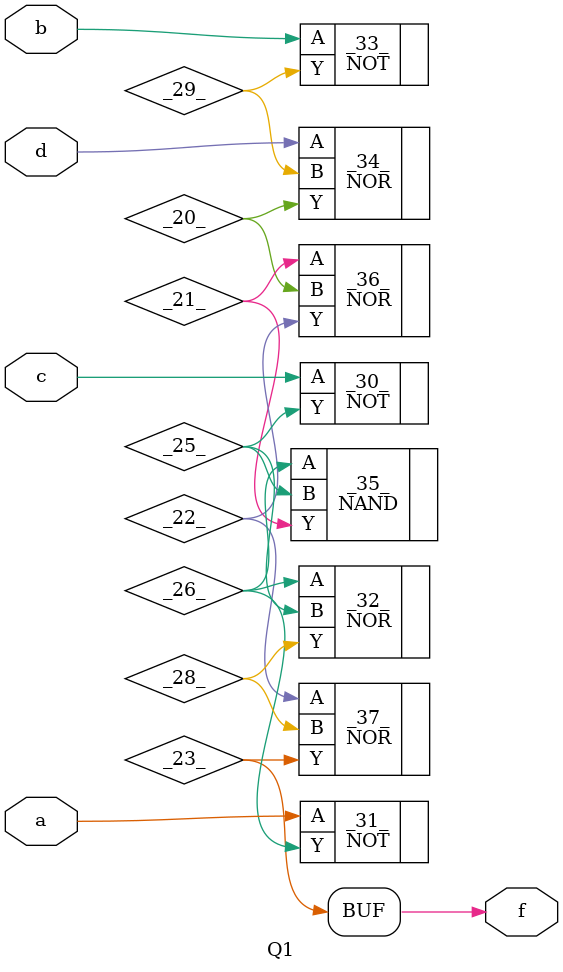
<source format=v>
/* Generated by Yosys 0.7 (git sha1 61f6811, i686-w64-mingw32.static-gcc 4.9.3 -Os) */

module Q1(a, b, c, d, f);
  wire _00_;
  wire _01_;
  wire _02_;
  wire _03_;
  wire _04_;
  wire _05_;
  wire _06_;
  wire _07_;
  wire _08_;
  wire _09_;
  wire _10_;
  wire _11_;
  wire _12_;
  wire _13_;
  wire _14_;
  wire _15_;
  wire _16_;
  wire _17_;
  wire _18_;
  wire _19_;
  wire _20_;
  wire _21_;
  wire _22_;
  wire _23_;
  wire _24_;
  wire _25_;
  wire _26_;
  wire _27_;
  wire _28_;
  wire _29_;
  input a;
  input b;
  input c;
  input d;
  output f;
  NOT _30_ (.A(_18_),.Y(_25_));
  NOT _31_ (.A(_24_),.Y(_26_));
  NOR _32_ (.A(_26_),.B(_25_),.Y(_28_));
  NOT _33_ (.A(_19_),.Y(_29_));
  NOR _34_ (.A(_27_),.B(_29_),.Y(_20_));
  NAND _35_ (.A(_26_),.B(_25_),.Y(_21_));
  NOR _36_ (.A(_21_),.B(_20_),.Y(_22_));
  NOR _37_ (.A(_22_),.B(_28_),.Y(_23_));
  assign _18_ = c;
  assign _19_ = b;
  assign _24_ = a;
  assign _27_ = d;
  assign f = _23_;
endmodule

</source>
